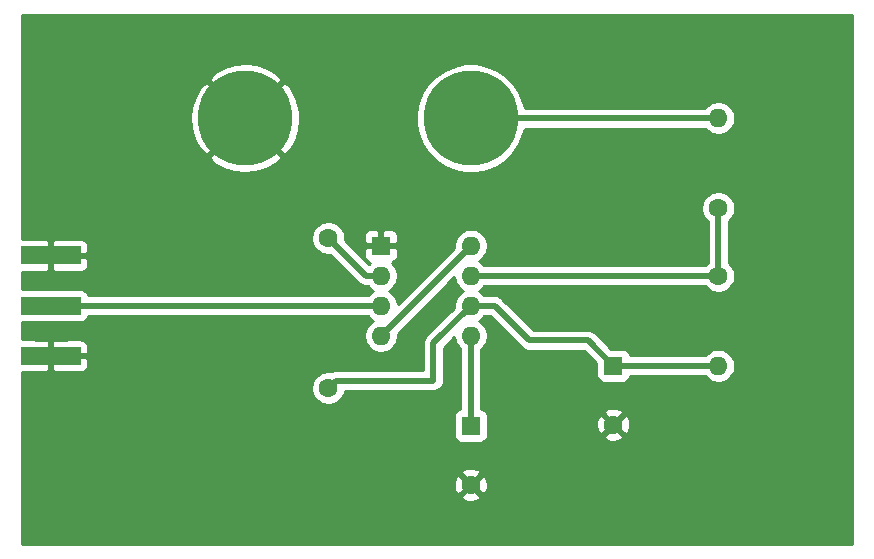
<source format=gbr>
%TF.GenerationSoftware,KiCad,Pcbnew,5.1.5+dfsg1-2build2*%
%TF.CreationDate,2021-02-13T12:36:53-08:00*%
%TF.ProjectId,555-timer,3535352d-7469-46d6-9572-2e6b69636164,rev?*%
%TF.SameCoordinates,Original*%
%TF.FileFunction,Copper,L1,Top*%
%TF.FilePolarity,Positive*%
%FSLAX46Y46*%
G04 Gerber Fmt 4.6, Leading zero omitted, Abs format (unit mm)*
G04 Created by KiCad (PCBNEW 5.1.5+dfsg1-2build2) date 2021-02-13 12:36:53*
%MOMM*%
%LPD*%
G04 APERTURE LIST*
%TA.AperFunction,ComponentPad*%
%ADD10O,1.600000X1.600000*%
%TD*%
%TA.AperFunction,ComponentPad*%
%ADD11R,1.600000X1.600000*%
%TD*%
%TA.AperFunction,ComponentPad*%
%ADD12C,1.600000*%
%TD*%
%TA.AperFunction,SMDPad,CuDef*%
%ADD13R,5.080000X1.500000*%
%TD*%
%TA.AperFunction,ComponentPad*%
%ADD14C,8.000000*%
%TD*%
%TA.AperFunction,ViaPad*%
%ADD15C,1.600000*%
%TD*%
%TA.AperFunction,Conductor*%
%ADD16C,0.500000*%
%TD*%
%TA.AperFunction,Conductor*%
%ADD17C,0.254000*%
%TD*%
G04 APERTURE END LIST*
D10*
%TO.P,U1,8*%
%TO.N,+10V*%
X50800000Y-32385000D03*
%TO.P,U1,4*%
X43180000Y-40005000D03*
%TO.P,U1,7*%
%TO.N,Net-(R1-Pad1)*%
X50800000Y-34925000D03*
%TO.P,U1,3*%
%TO.N,Net-(J2-Pad1)*%
X43180000Y-37465000D03*
%TO.P,U1,6*%
%TO.N,Net-(C2-Pad1)*%
X50800000Y-37465000D03*
%TO.P,U1,2*%
X43180000Y-34925000D03*
%TO.P,U1,5*%
%TO.N,Net-(C1-Pad1)*%
X50800000Y-40005000D03*
D11*
%TO.P,U1,1*%
%TO.N,GND*%
X43180000Y-32385000D03*
%TD*%
D10*
%TO.P,R2,2*%
%TO.N,Net-(C2-Pad1)*%
X71755000Y-42545000D03*
D12*
%TO.P,R2,1*%
%TO.N,Net-(R1-Pad1)*%
X71755000Y-34925000D03*
%TD*%
D10*
%TO.P,R1,2*%
%TO.N,+10V*%
X71755000Y-21590000D03*
D12*
%TO.P,R1,1*%
%TO.N,Net-(R1-Pad1)*%
X71755000Y-29210000D03*
%TD*%
D13*
%TO.P,J2,1*%
%TO.N,Net-(J2-Pad1)*%
X15240000Y-37465000D03*
%TO.P,J2,2*%
%TO.N,GND*%
X15240000Y-41715000D03*
X15240000Y-33215000D03*
%TD*%
D14*
%TO.P,J1,2*%
%TO.N,+10V*%
X50800000Y-21590000D03*
%TO.P,J1,1*%
%TO.N,GND*%
X31700000Y-21590000D03*
%TD*%
D12*
%TO.P,C2,2*%
%TO.N,GND*%
X62865000Y-47545000D03*
D11*
%TO.P,C2,1*%
%TO.N,Net-(C2-Pad1)*%
X62865000Y-42545000D03*
%TD*%
D12*
%TO.P,C1,2*%
%TO.N,GND*%
X50800000Y-52625000D03*
D11*
%TO.P,C1,1*%
%TO.N,Net-(C1-Pad1)*%
X50800000Y-47625000D03*
%TD*%
D15*
%TO.N,Net-(C2-Pad1)*%
X38735000Y-31750000D03*
X38735000Y-44450000D03*
%TD*%
D16*
%TO.N,Net-(C1-Pad1)*%
X50800000Y-47625000D02*
X50800000Y-40005000D01*
%TO.N,Net-(C2-Pad1)*%
X71755000Y-42545000D02*
X62865000Y-42545000D01*
X43180000Y-34925000D02*
X41910000Y-34925000D01*
X41910000Y-34925000D02*
X38735000Y-31750000D01*
X50800000Y-37465000D02*
X47625000Y-40640000D01*
X47625000Y-40640000D02*
X47625000Y-43815000D01*
X47625000Y-43815000D02*
X39370000Y-43815000D01*
X39370000Y-43815000D02*
X38735000Y-44450000D01*
X50800000Y-37465000D02*
X52806600Y-37465000D01*
X52806600Y-37465000D02*
X55753000Y-40411400D01*
X60731400Y-40411400D02*
X62865000Y-42545000D01*
X55753000Y-40411400D02*
X60731400Y-40411400D01*
%TO.N,+10V*%
X50800000Y-21590000D02*
X71755000Y-21590000D01*
X43180000Y-40005000D02*
X50800000Y-32385000D01*
%TO.N,Net-(J2-Pad1)*%
X15240000Y-37465000D02*
X43180000Y-37465000D01*
%TO.N,Net-(R1-Pad1)*%
X71755000Y-29210000D02*
X71755000Y-34925000D01*
X50800000Y-34925000D02*
X71755000Y-34925000D01*
%TD*%
D17*
%TO.N,GND*%
G36*
X83058000Y-57658000D02*
G01*
X12827000Y-57658000D01*
X12827000Y-53617702D01*
X49986903Y-53617702D01*
X50058486Y-53861671D01*
X50313996Y-53982571D01*
X50588184Y-54051300D01*
X50870512Y-54065217D01*
X51150130Y-54023787D01*
X51416292Y-53928603D01*
X51541514Y-53861671D01*
X51613097Y-53617702D01*
X50800000Y-52804605D01*
X49986903Y-53617702D01*
X12827000Y-53617702D01*
X12827000Y-52695512D01*
X49359783Y-52695512D01*
X49401213Y-52975130D01*
X49496397Y-53241292D01*
X49563329Y-53366514D01*
X49807298Y-53438097D01*
X50620395Y-52625000D01*
X50979605Y-52625000D01*
X51792702Y-53438097D01*
X52036671Y-53366514D01*
X52157571Y-53111004D01*
X52226300Y-52836816D01*
X52240217Y-52554488D01*
X52198787Y-52274870D01*
X52103603Y-52008708D01*
X52036671Y-51883486D01*
X51792702Y-51811903D01*
X50979605Y-52625000D01*
X50620395Y-52625000D01*
X49807298Y-51811903D01*
X49563329Y-51883486D01*
X49442429Y-52138996D01*
X49373700Y-52413184D01*
X49359783Y-52695512D01*
X12827000Y-52695512D01*
X12827000Y-51632298D01*
X49986903Y-51632298D01*
X50800000Y-52445395D01*
X51613097Y-51632298D01*
X51541514Y-51388329D01*
X51286004Y-51267429D01*
X51011816Y-51198700D01*
X50729488Y-51184783D01*
X50449870Y-51226213D01*
X50183708Y-51321397D01*
X50058486Y-51388329D01*
X49986903Y-51632298D01*
X12827000Y-51632298D01*
X12827000Y-43102899D01*
X14954250Y-43100000D01*
X15113000Y-42941250D01*
X15113000Y-41842000D01*
X15367000Y-41842000D01*
X15367000Y-42941250D01*
X15525750Y-43100000D01*
X17780000Y-43103072D01*
X17904482Y-43090812D01*
X18024180Y-43054502D01*
X18134494Y-42995537D01*
X18231185Y-42916185D01*
X18310537Y-42819494D01*
X18369502Y-42709180D01*
X18405812Y-42589482D01*
X18418072Y-42465000D01*
X18415000Y-42000750D01*
X18256250Y-41842000D01*
X15367000Y-41842000D01*
X15113000Y-41842000D01*
X15093000Y-41842000D01*
X15093000Y-41588000D01*
X15113000Y-41588000D01*
X15113000Y-40488750D01*
X15367000Y-40488750D01*
X15367000Y-41588000D01*
X18256250Y-41588000D01*
X18415000Y-41429250D01*
X18418072Y-40965000D01*
X18405812Y-40840518D01*
X18369502Y-40720820D01*
X18310537Y-40610506D01*
X18231185Y-40513815D01*
X18134494Y-40434463D01*
X18024180Y-40375498D01*
X17904482Y-40339188D01*
X17780000Y-40326928D01*
X15525750Y-40330000D01*
X15367000Y-40488750D01*
X15113000Y-40488750D01*
X14954250Y-40330000D01*
X12827000Y-40327101D01*
X12827000Y-38853072D01*
X17780000Y-38853072D01*
X17904482Y-38840812D01*
X18024180Y-38804502D01*
X18134494Y-38745537D01*
X18231185Y-38666185D01*
X18310537Y-38569494D01*
X18369502Y-38459180D01*
X18402621Y-38350000D01*
X42045479Y-38350000D01*
X42065363Y-38379759D01*
X42265241Y-38579637D01*
X42497759Y-38735000D01*
X42265241Y-38890363D01*
X42065363Y-39090241D01*
X41908320Y-39325273D01*
X41800147Y-39586426D01*
X41745000Y-39863665D01*
X41745000Y-40146335D01*
X41800147Y-40423574D01*
X41908320Y-40684727D01*
X42065363Y-40919759D01*
X42265241Y-41119637D01*
X42500273Y-41276680D01*
X42761426Y-41384853D01*
X43038665Y-41440000D01*
X43321335Y-41440000D01*
X43598574Y-41384853D01*
X43859727Y-41276680D01*
X44094759Y-41119637D01*
X44294637Y-40919759D01*
X44451680Y-40684727D01*
X44559853Y-40423574D01*
X44615000Y-40146335D01*
X44615000Y-39863665D01*
X44608017Y-39828561D01*
X49365870Y-35070709D01*
X49420147Y-35343574D01*
X49528320Y-35604727D01*
X49685363Y-35839759D01*
X49885241Y-36039637D01*
X50117759Y-36195000D01*
X49885241Y-36350363D01*
X49685363Y-36550241D01*
X49528320Y-36785273D01*
X49420147Y-37046426D01*
X49365000Y-37323665D01*
X49365000Y-37606335D01*
X49371983Y-37641439D01*
X47029956Y-39983466D01*
X46996183Y-40011183D01*
X46885589Y-40145942D01*
X46803411Y-40299688D01*
X46752805Y-40466511D01*
X46740000Y-40596524D01*
X46740000Y-40596531D01*
X46735719Y-40640000D01*
X46740000Y-40683469D01*
X46740001Y-42930000D01*
X39413469Y-42930000D01*
X39370000Y-42925719D01*
X39326531Y-42930000D01*
X39326523Y-42930000D01*
X39196510Y-42942805D01*
X39029686Y-42993411D01*
X38958659Y-43031375D01*
X38876335Y-43015000D01*
X38593665Y-43015000D01*
X38316426Y-43070147D01*
X38055273Y-43178320D01*
X37820241Y-43335363D01*
X37620363Y-43535241D01*
X37463320Y-43770273D01*
X37355147Y-44031426D01*
X37300000Y-44308665D01*
X37300000Y-44591335D01*
X37355147Y-44868574D01*
X37463320Y-45129727D01*
X37620363Y-45364759D01*
X37820241Y-45564637D01*
X38055273Y-45721680D01*
X38316426Y-45829853D01*
X38593665Y-45885000D01*
X38876335Y-45885000D01*
X39153574Y-45829853D01*
X39414727Y-45721680D01*
X39649759Y-45564637D01*
X39849637Y-45364759D01*
X40006680Y-45129727D01*
X40114853Y-44868574D01*
X40148385Y-44700000D01*
X47581524Y-44700000D01*
X47625000Y-44704282D01*
X47798490Y-44687195D01*
X47965313Y-44636589D01*
X48119059Y-44554411D01*
X48253817Y-44443817D01*
X48364411Y-44309059D01*
X48446589Y-44155313D01*
X48497195Y-43988490D01*
X48510000Y-43858477D01*
X48514282Y-43815000D01*
X48510000Y-43771523D01*
X48510000Y-41006578D01*
X49365870Y-40150708D01*
X49420147Y-40423574D01*
X49528320Y-40684727D01*
X49685363Y-40919759D01*
X49885241Y-41119637D01*
X49915001Y-41139522D01*
X49915000Y-46195299D01*
X49875518Y-46199188D01*
X49755820Y-46235498D01*
X49645506Y-46294463D01*
X49548815Y-46373815D01*
X49469463Y-46470506D01*
X49410498Y-46580820D01*
X49374188Y-46700518D01*
X49361928Y-46825000D01*
X49361928Y-48425000D01*
X49374188Y-48549482D01*
X49410498Y-48669180D01*
X49469463Y-48779494D01*
X49548815Y-48876185D01*
X49645506Y-48955537D01*
X49755820Y-49014502D01*
X49875518Y-49050812D01*
X50000000Y-49063072D01*
X51600000Y-49063072D01*
X51724482Y-49050812D01*
X51844180Y-49014502D01*
X51954494Y-48955537D01*
X52051185Y-48876185D01*
X52130537Y-48779494D01*
X52189502Y-48669180D01*
X52225812Y-48549482D01*
X52226972Y-48537702D01*
X62051903Y-48537702D01*
X62123486Y-48781671D01*
X62378996Y-48902571D01*
X62653184Y-48971300D01*
X62935512Y-48985217D01*
X63215130Y-48943787D01*
X63481292Y-48848603D01*
X63606514Y-48781671D01*
X63678097Y-48537702D01*
X62865000Y-47724605D01*
X62051903Y-48537702D01*
X52226972Y-48537702D01*
X52238072Y-48425000D01*
X52238072Y-47615512D01*
X61424783Y-47615512D01*
X61466213Y-47895130D01*
X61561397Y-48161292D01*
X61628329Y-48286514D01*
X61872298Y-48358097D01*
X62685395Y-47545000D01*
X63044605Y-47545000D01*
X63857702Y-48358097D01*
X64101671Y-48286514D01*
X64222571Y-48031004D01*
X64291300Y-47756816D01*
X64305217Y-47474488D01*
X64263787Y-47194870D01*
X64168603Y-46928708D01*
X64101671Y-46803486D01*
X63857702Y-46731903D01*
X63044605Y-47545000D01*
X62685395Y-47545000D01*
X61872298Y-46731903D01*
X61628329Y-46803486D01*
X61507429Y-47058996D01*
X61438700Y-47333184D01*
X61424783Y-47615512D01*
X52238072Y-47615512D01*
X52238072Y-46825000D01*
X52225812Y-46700518D01*
X52189502Y-46580820D01*
X52174257Y-46552298D01*
X62051903Y-46552298D01*
X62865000Y-47365395D01*
X63678097Y-46552298D01*
X63606514Y-46308329D01*
X63351004Y-46187429D01*
X63076816Y-46118700D01*
X62794488Y-46104783D01*
X62514870Y-46146213D01*
X62248708Y-46241397D01*
X62123486Y-46308329D01*
X62051903Y-46552298D01*
X52174257Y-46552298D01*
X52130537Y-46470506D01*
X52051185Y-46373815D01*
X51954494Y-46294463D01*
X51844180Y-46235498D01*
X51724482Y-46199188D01*
X51685000Y-46195299D01*
X51685000Y-41139521D01*
X51714759Y-41119637D01*
X51914637Y-40919759D01*
X52071680Y-40684727D01*
X52179853Y-40423574D01*
X52235000Y-40146335D01*
X52235000Y-39863665D01*
X52179853Y-39586426D01*
X52071680Y-39325273D01*
X51914637Y-39090241D01*
X51714759Y-38890363D01*
X51482241Y-38735000D01*
X51714759Y-38579637D01*
X51914637Y-38379759D01*
X51934521Y-38350000D01*
X52440022Y-38350000D01*
X55096470Y-41006449D01*
X55124183Y-41040217D01*
X55157951Y-41067930D01*
X55157953Y-41067932D01*
X55220956Y-41119637D01*
X55258941Y-41150811D01*
X55412687Y-41232989D01*
X55579510Y-41283595D01*
X55709523Y-41296400D01*
X55709531Y-41296400D01*
X55753000Y-41300681D01*
X55796469Y-41296400D01*
X60364822Y-41296400D01*
X61426928Y-42358507D01*
X61426928Y-43345000D01*
X61439188Y-43469482D01*
X61475498Y-43589180D01*
X61534463Y-43699494D01*
X61613815Y-43796185D01*
X61710506Y-43875537D01*
X61820820Y-43934502D01*
X61940518Y-43970812D01*
X62065000Y-43983072D01*
X63665000Y-43983072D01*
X63789482Y-43970812D01*
X63909180Y-43934502D01*
X64019494Y-43875537D01*
X64116185Y-43796185D01*
X64195537Y-43699494D01*
X64254502Y-43589180D01*
X64290812Y-43469482D01*
X64294701Y-43430000D01*
X70620479Y-43430000D01*
X70640363Y-43459759D01*
X70840241Y-43659637D01*
X71075273Y-43816680D01*
X71336426Y-43924853D01*
X71613665Y-43980000D01*
X71896335Y-43980000D01*
X72173574Y-43924853D01*
X72434727Y-43816680D01*
X72669759Y-43659637D01*
X72869637Y-43459759D01*
X73026680Y-43224727D01*
X73134853Y-42963574D01*
X73190000Y-42686335D01*
X73190000Y-42403665D01*
X73134853Y-42126426D01*
X73026680Y-41865273D01*
X72869637Y-41630241D01*
X72669759Y-41430363D01*
X72434727Y-41273320D01*
X72173574Y-41165147D01*
X71896335Y-41110000D01*
X71613665Y-41110000D01*
X71336426Y-41165147D01*
X71075273Y-41273320D01*
X70840241Y-41430363D01*
X70640363Y-41630241D01*
X70620479Y-41660000D01*
X64294701Y-41660000D01*
X64290812Y-41620518D01*
X64254502Y-41500820D01*
X64195537Y-41390506D01*
X64116185Y-41293815D01*
X64019494Y-41214463D01*
X63909180Y-41155498D01*
X63789482Y-41119188D01*
X63665000Y-41106928D01*
X62678507Y-41106928D01*
X61387934Y-39816356D01*
X61360217Y-39782583D01*
X61225459Y-39671989D01*
X61071713Y-39589811D01*
X60904890Y-39539205D01*
X60774877Y-39526400D01*
X60774869Y-39526400D01*
X60731400Y-39522119D01*
X60687931Y-39526400D01*
X56119579Y-39526400D01*
X53463134Y-36869956D01*
X53435417Y-36836183D01*
X53300659Y-36725589D01*
X53146913Y-36643411D01*
X52980090Y-36592805D01*
X52850077Y-36580000D01*
X52850069Y-36580000D01*
X52806600Y-36575719D01*
X52763131Y-36580000D01*
X51934521Y-36580000D01*
X51914637Y-36550241D01*
X51714759Y-36350363D01*
X51482241Y-36195000D01*
X51714759Y-36039637D01*
X51914637Y-35839759D01*
X51934521Y-35810000D01*
X70620479Y-35810000D01*
X70640363Y-35839759D01*
X70840241Y-36039637D01*
X71075273Y-36196680D01*
X71336426Y-36304853D01*
X71613665Y-36360000D01*
X71896335Y-36360000D01*
X72173574Y-36304853D01*
X72434727Y-36196680D01*
X72669759Y-36039637D01*
X72869637Y-35839759D01*
X73026680Y-35604727D01*
X73134853Y-35343574D01*
X73190000Y-35066335D01*
X73190000Y-34783665D01*
X73134853Y-34506426D01*
X73026680Y-34245273D01*
X72869637Y-34010241D01*
X72669759Y-33810363D01*
X72640000Y-33790479D01*
X72640000Y-30344521D01*
X72669759Y-30324637D01*
X72869637Y-30124759D01*
X73026680Y-29889727D01*
X73134853Y-29628574D01*
X73190000Y-29351335D01*
X73190000Y-29068665D01*
X73134853Y-28791426D01*
X73026680Y-28530273D01*
X72869637Y-28295241D01*
X72669759Y-28095363D01*
X72434727Y-27938320D01*
X72173574Y-27830147D01*
X71896335Y-27775000D01*
X71613665Y-27775000D01*
X71336426Y-27830147D01*
X71075273Y-27938320D01*
X70840241Y-28095363D01*
X70640363Y-28295241D01*
X70483320Y-28530273D01*
X70375147Y-28791426D01*
X70320000Y-29068665D01*
X70320000Y-29351335D01*
X70375147Y-29628574D01*
X70483320Y-29889727D01*
X70640363Y-30124759D01*
X70840241Y-30324637D01*
X70870000Y-30344521D01*
X70870001Y-33790478D01*
X70840241Y-33810363D01*
X70640363Y-34010241D01*
X70620479Y-34040000D01*
X51934521Y-34040000D01*
X51914637Y-34010241D01*
X51714759Y-33810363D01*
X51482241Y-33655000D01*
X51714759Y-33499637D01*
X51914637Y-33299759D01*
X52071680Y-33064727D01*
X52179853Y-32803574D01*
X52235000Y-32526335D01*
X52235000Y-32243665D01*
X52179853Y-31966426D01*
X52071680Y-31705273D01*
X51914637Y-31470241D01*
X51714759Y-31270363D01*
X51479727Y-31113320D01*
X51218574Y-31005147D01*
X50941335Y-30950000D01*
X50658665Y-30950000D01*
X50381426Y-31005147D01*
X50120273Y-31113320D01*
X49885241Y-31270363D01*
X49685363Y-31470241D01*
X49528320Y-31705273D01*
X49420147Y-31966426D01*
X49365000Y-32243665D01*
X49365000Y-32526335D01*
X49371983Y-32561438D01*
X44614130Y-37319292D01*
X44559853Y-37046426D01*
X44451680Y-36785273D01*
X44294637Y-36550241D01*
X44094759Y-36350363D01*
X43862241Y-36195000D01*
X44094759Y-36039637D01*
X44294637Y-35839759D01*
X44451680Y-35604727D01*
X44559853Y-35343574D01*
X44615000Y-35066335D01*
X44615000Y-34783665D01*
X44559853Y-34506426D01*
X44451680Y-34245273D01*
X44294637Y-34010241D01*
X44096039Y-33811643D01*
X44104482Y-33810812D01*
X44224180Y-33774502D01*
X44334494Y-33715537D01*
X44431185Y-33636185D01*
X44510537Y-33539494D01*
X44569502Y-33429180D01*
X44605812Y-33309482D01*
X44618072Y-33185000D01*
X44615000Y-32670750D01*
X44456250Y-32512000D01*
X43307000Y-32512000D01*
X43307000Y-32532000D01*
X43053000Y-32532000D01*
X43053000Y-32512000D01*
X41903750Y-32512000D01*
X41745000Y-32670750D01*
X41741928Y-33185000D01*
X41754188Y-33309482D01*
X41790498Y-33429180D01*
X41849463Y-33539494D01*
X41928815Y-33636185D01*
X42025506Y-33715537D01*
X42135820Y-33774502D01*
X42255518Y-33810812D01*
X42263961Y-33811643D01*
X42156091Y-33919513D01*
X40163017Y-31926439D01*
X40170000Y-31891335D01*
X40170000Y-31608665D01*
X40165293Y-31585000D01*
X41741928Y-31585000D01*
X41745000Y-32099250D01*
X41903750Y-32258000D01*
X43053000Y-32258000D01*
X43053000Y-31108750D01*
X43307000Y-31108750D01*
X43307000Y-32258000D01*
X44456250Y-32258000D01*
X44615000Y-32099250D01*
X44618072Y-31585000D01*
X44605812Y-31460518D01*
X44569502Y-31340820D01*
X44510537Y-31230506D01*
X44431185Y-31133815D01*
X44334494Y-31054463D01*
X44224180Y-30995498D01*
X44104482Y-30959188D01*
X43980000Y-30946928D01*
X43465750Y-30950000D01*
X43307000Y-31108750D01*
X43053000Y-31108750D01*
X42894250Y-30950000D01*
X42380000Y-30946928D01*
X42255518Y-30959188D01*
X42135820Y-30995498D01*
X42025506Y-31054463D01*
X41928815Y-31133815D01*
X41849463Y-31230506D01*
X41790498Y-31340820D01*
X41754188Y-31460518D01*
X41741928Y-31585000D01*
X40165293Y-31585000D01*
X40114853Y-31331426D01*
X40006680Y-31070273D01*
X39849637Y-30835241D01*
X39649759Y-30635363D01*
X39414727Y-30478320D01*
X39153574Y-30370147D01*
X38876335Y-30315000D01*
X38593665Y-30315000D01*
X38316426Y-30370147D01*
X38055273Y-30478320D01*
X37820241Y-30635363D01*
X37620363Y-30835241D01*
X37463320Y-31070273D01*
X37355147Y-31331426D01*
X37300000Y-31608665D01*
X37300000Y-31891335D01*
X37355147Y-32168574D01*
X37463320Y-32429727D01*
X37620363Y-32664759D01*
X37820241Y-32864637D01*
X38055273Y-33021680D01*
X38316426Y-33129853D01*
X38593665Y-33185000D01*
X38876335Y-33185000D01*
X38911439Y-33178017D01*
X41253470Y-35520049D01*
X41281183Y-35553817D01*
X41314951Y-35581530D01*
X41314953Y-35581532D01*
X41343216Y-35604727D01*
X41415941Y-35664411D01*
X41569687Y-35746589D01*
X41736510Y-35797195D01*
X41866523Y-35810000D01*
X41866533Y-35810000D01*
X41909999Y-35814281D01*
X41953466Y-35810000D01*
X42045479Y-35810000D01*
X42065363Y-35839759D01*
X42265241Y-36039637D01*
X42497759Y-36195000D01*
X42265241Y-36350363D01*
X42065363Y-36550241D01*
X42045479Y-36580000D01*
X18402621Y-36580000D01*
X18369502Y-36470820D01*
X18310537Y-36360506D01*
X18231185Y-36263815D01*
X18134494Y-36184463D01*
X18024180Y-36125498D01*
X17904482Y-36089188D01*
X17780000Y-36076928D01*
X12827000Y-36076928D01*
X12827000Y-34602899D01*
X14954250Y-34600000D01*
X15113000Y-34441250D01*
X15113000Y-33342000D01*
X15367000Y-33342000D01*
X15367000Y-34441250D01*
X15525750Y-34600000D01*
X17780000Y-34603072D01*
X17904482Y-34590812D01*
X18024180Y-34554502D01*
X18134494Y-34495537D01*
X18231185Y-34416185D01*
X18310537Y-34319494D01*
X18369502Y-34209180D01*
X18405812Y-34089482D01*
X18418072Y-33965000D01*
X18415000Y-33500750D01*
X18256250Y-33342000D01*
X15367000Y-33342000D01*
X15113000Y-33342000D01*
X15093000Y-33342000D01*
X15093000Y-33088000D01*
X15113000Y-33088000D01*
X15113000Y-31988750D01*
X15367000Y-31988750D01*
X15367000Y-33088000D01*
X18256250Y-33088000D01*
X18415000Y-32929250D01*
X18418072Y-32465000D01*
X18405812Y-32340518D01*
X18369502Y-32220820D01*
X18310537Y-32110506D01*
X18231185Y-32013815D01*
X18134494Y-31934463D01*
X18024180Y-31875498D01*
X17904482Y-31839188D01*
X17780000Y-31826928D01*
X15525750Y-31830000D01*
X15367000Y-31988750D01*
X15113000Y-31988750D01*
X14954250Y-31830000D01*
X12827000Y-31827101D01*
X12827000Y-24859580D01*
X28610025Y-24859580D01*
X29066197Y-25431185D01*
X29866183Y-25871207D01*
X30736641Y-26146704D01*
X31644121Y-26247091D01*
X32553748Y-26168508D01*
X33430566Y-25913975D01*
X34240879Y-25493275D01*
X34333803Y-25431185D01*
X34789975Y-24859580D01*
X31700000Y-21769605D01*
X28610025Y-24859580D01*
X12827000Y-24859580D01*
X12827000Y-21534121D01*
X27042909Y-21534121D01*
X27121492Y-22443748D01*
X27376025Y-23320566D01*
X27796725Y-24130879D01*
X27858815Y-24223803D01*
X28430420Y-24679975D01*
X31520395Y-21590000D01*
X31879605Y-21590000D01*
X34969580Y-24679975D01*
X35541185Y-24223803D01*
X35981207Y-23423817D01*
X36256704Y-22553359D01*
X36357091Y-21645879D01*
X36312826Y-21133492D01*
X46165000Y-21133492D01*
X46165000Y-22046508D01*
X46343120Y-22941980D01*
X46692516Y-23785496D01*
X47199760Y-24544640D01*
X47845360Y-25190240D01*
X48604504Y-25697484D01*
X49448020Y-26046880D01*
X50343492Y-26225000D01*
X51256508Y-26225000D01*
X52151980Y-26046880D01*
X52995496Y-25697484D01*
X53754640Y-25190240D01*
X54400240Y-24544640D01*
X54907484Y-23785496D01*
X55256880Y-22941980D01*
X55349768Y-22475000D01*
X70620479Y-22475000D01*
X70640363Y-22504759D01*
X70840241Y-22704637D01*
X71075273Y-22861680D01*
X71336426Y-22969853D01*
X71613665Y-23025000D01*
X71896335Y-23025000D01*
X72173574Y-22969853D01*
X72434727Y-22861680D01*
X72669759Y-22704637D01*
X72869637Y-22504759D01*
X73026680Y-22269727D01*
X73134853Y-22008574D01*
X73190000Y-21731335D01*
X73190000Y-21448665D01*
X73134853Y-21171426D01*
X73026680Y-20910273D01*
X72869637Y-20675241D01*
X72669759Y-20475363D01*
X72434727Y-20318320D01*
X72173574Y-20210147D01*
X71896335Y-20155000D01*
X71613665Y-20155000D01*
X71336426Y-20210147D01*
X71075273Y-20318320D01*
X70840241Y-20475363D01*
X70640363Y-20675241D01*
X70620479Y-20705000D01*
X55349768Y-20705000D01*
X55256880Y-20238020D01*
X54907484Y-19394504D01*
X54400240Y-18635360D01*
X53754640Y-17989760D01*
X52995496Y-17482516D01*
X52151980Y-17133120D01*
X51256508Y-16955000D01*
X50343492Y-16955000D01*
X49448020Y-17133120D01*
X48604504Y-17482516D01*
X47845360Y-17989760D01*
X47199760Y-18635360D01*
X46692516Y-19394504D01*
X46343120Y-20238020D01*
X46165000Y-21133492D01*
X36312826Y-21133492D01*
X36278508Y-20736252D01*
X36023975Y-19859434D01*
X35603275Y-19049121D01*
X35541185Y-18956197D01*
X34969580Y-18500025D01*
X31879605Y-21590000D01*
X31520395Y-21590000D01*
X28430420Y-18500025D01*
X27858815Y-18956197D01*
X27418793Y-19756183D01*
X27143296Y-20626641D01*
X27042909Y-21534121D01*
X12827000Y-21534121D01*
X12827000Y-18320420D01*
X28610025Y-18320420D01*
X31700000Y-21410395D01*
X34789975Y-18320420D01*
X34333803Y-17748815D01*
X33533817Y-17308793D01*
X32663359Y-17033296D01*
X31755879Y-16932909D01*
X30846252Y-17011492D01*
X29969434Y-17266025D01*
X29159121Y-17686725D01*
X29066197Y-17748815D01*
X28610025Y-18320420D01*
X12827000Y-18320420D01*
X12827000Y-12827000D01*
X83058000Y-12827000D01*
X83058000Y-57658000D01*
G37*
X83058000Y-57658000D02*
X12827000Y-57658000D01*
X12827000Y-53617702D01*
X49986903Y-53617702D01*
X50058486Y-53861671D01*
X50313996Y-53982571D01*
X50588184Y-54051300D01*
X50870512Y-54065217D01*
X51150130Y-54023787D01*
X51416292Y-53928603D01*
X51541514Y-53861671D01*
X51613097Y-53617702D01*
X50800000Y-52804605D01*
X49986903Y-53617702D01*
X12827000Y-53617702D01*
X12827000Y-52695512D01*
X49359783Y-52695512D01*
X49401213Y-52975130D01*
X49496397Y-53241292D01*
X49563329Y-53366514D01*
X49807298Y-53438097D01*
X50620395Y-52625000D01*
X50979605Y-52625000D01*
X51792702Y-53438097D01*
X52036671Y-53366514D01*
X52157571Y-53111004D01*
X52226300Y-52836816D01*
X52240217Y-52554488D01*
X52198787Y-52274870D01*
X52103603Y-52008708D01*
X52036671Y-51883486D01*
X51792702Y-51811903D01*
X50979605Y-52625000D01*
X50620395Y-52625000D01*
X49807298Y-51811903D01*
X49563329Y-51883486D01*
X49442429Y-52138996D01*
X49373700Y-52413184D01*
X49359783Y-52695512D01*
X12827000Y-52695512D01*
X12827000Y-51632298D01*
X49986903Y-51632298D01*
X50800000Y-52445395D01*
X51613097Y-51632298D01*
X51541514Y-51388329D01*
X51286004Y-51267429D01*
X51011816Y-51198700D01*
X50729488Y-51184783D01*
X50449870Y-51226213D01*
X50183708Y-51321397D01*
X50058486Y-51388329D01*
X49986903Y-51632298D01*
X12827000Y-51632298D01*
X12827000Y-43102899D01*
X14954250Y-43100000D01*
X15113000Y-42941250D01*
X15113000Y-41842000D01*
X15367000Y-41842000D01*
X15367000Y-42941250D01*
X15525750Y-43100000D01*
X17780000Y-43103072D01*
X17904482Y-43090812D01*
X18024180Y-43054502D01*
X18134494Y-42995537D01*
X18231185Y-42916185D01*
X18310537Y-42819494D01*
X18369502Y-42709180D01*
X18405812Y-42589482D01*
X18418072Y-42465000D01*
X18415000Y-42000750D01*
X18256250Y-41842000D01*
X15367000Y-41842000D01*
X15113000Y-41842000D01*
X15093000Y-41842000D01*
X15093000Y-41588000D01*
X15113000Y-41588000D01*
X15113000Y-40488750D01*
X15367000Y-40488750D01*
X15367000Y-41588000D01*
X18256250Y-41588000D01*
X18415000Y-41429250D01*
X18418072Y-40965000D01*
X18405812Y-40840518D01*
X18369502Y-40720820D01*
X18310537Y-40610506D01*
X18231185Y-40513815D01*
X18134494Y-40434463D01*
X18024180Y-40375498D01*
X17904482Y-40339188D01*
X17780000Y-40326928D01*
X15525750Y-40330000D01*
X15367000Y-40488750D01*
X15113000Y-40488750D01*
X14954250Y-40330000D01*
X12827000Y-40327101D01*
X12827000Y-38853072D01*
X17780000Y-38853072D01*
X17904482Y-38840812D01*
X18024180Y-38804502D01*
X18134494Y-38745537D01*
X18231185Y-38666185D01*
X18310537Y-38569494D01*
X18369502Y-38459180D01*
X18402621Y-38350000D01*
X42045479Y-38350000D01*
X42065363Y-38379759D01*
X42265241Y-38579637D01*
X42497759Y-38735000D01*
X42265241Y-38890363D01*
X42065363Y-39090241D01*
X41908320Y-39325273D01*
X41800147Y-39586426D01*
X41745000Y-39863665D01*
X41745000Y-40146335D01*
X41800147Y-40423574D01*
X41908320Y-40684727D01*
X42065363Y-40919759D01*
X42265241Y-41119637D01*
X42500273Y-41276680D01*
X42761426Y-41384853D01*
X43038665Y-41440000D01*
X43321335Y-41440000D01*
X43598574Y-41384853D01*
X43859727Y-41276680D01*
X44094759Y-41119637D01*
X44294637Y-40919759D01*
X44451680Y-40684727D01*
X44559853Y-40423574D01*
X44615000Y-40146335D01*
X44615000Y-39863665D01*
X44608017Y-39828561D01*
X49365870Y-35070709D01*
X49420147Y-35343574D01*
X49528320Y-35604727D01*
X49685363Y-35839759D01*
X49885241Y-36039637D01*
X50117759Y-36195000D01*
X49885241Y-36350363D01*
X49685363Y-36550241D01*
X49528320Y-36785273D01*
X49420147Y-37046426D01*
X49365000Y-37323665D01*
X49365000Y-37606335D01*
X49371983Y-37641439D01*
X47029956Y-39983466D01*
X46996183Y-40011183D01*
X46885589Y-40145942D01*
X46803411Y-40299688D01*
X46752805Y-40466511D01*
X46740000Y-40596524D01*
X46740000Y-40596531D01*
X46735719Y-40640000D01*
X46740000Y-40683469D01*
X46740001Y-42930000D01*
X39413469Y-42930000D01*
X39370000Y-42925719D01*
X39326531Y-42930000D01*
X39326523Y-42930000D01*
X39196510Y-42942805D01*
X39029686Y-42993411D01*
X38958659Y-43031375D01*
X38876335Y-43015000D01*
X38593665Y-43015000D01*
X38316426Y-43070147D01*
X38055273Y-43178320D01*
X37820241Y-43335363D01*
X37620363Y-43535241D01*
X37463320Y-43770273D01*
X37355147Y-44031426D01*
X37300000Y-44308665D01*
X37300000Y-44591335D01*
X37355147Y-44868574D01*
X37463320Y-45129727D01*
X37620363Y-45364759D01*
X37820241Y-45564637D01*
X38055273Y-45721680D01*
X38316426Y-45829853D01*
X38593665Y-45885000D01*
X38876335Y-45885000D01*
X39153574Y-45829853D01*
X39414727Y-45721680D01*
X39649759Y-45564637D01*
X39849637Y-45364759D01*
X40006680Y-45129727D01*
X40114853Y-44868574D01*
X40148385Y-44700000D01*
X47581524Y-44700000D01*
X47625000Y-44704282D01*
X47798490Y-44687195D01*
X47965313Y-44636589D01*
X48119059Y-44554411D01*
X48253817Y-44443817D01*
X48364411Y-44309059D01*
X48446589Y-44155313D01*
X48497195Y-43988490D01*
X48510000Y-43858477D01*
X48514282Y-43815000D01*
X48510000Y-43771523D01*
X48510000Y-41006578D01*
X49365870Y-40150708D01*
X49420147Y-40423574D01*
X49528320Y-40684727D01*
X49685363Y-40919759D01*
X49885241Y-41119637D01*
X49915001Y-41139522D01*
X49915000Y-46195299D01*
X49875518Y-46199188D01*
X49755820Y-46235498D01*
X49645506Y-46294463D01*
X49548815Y-46373815D01*
X49469463Y-46470506D01*
X49410498Y-46580820D01*
X49374188Y-46700518D01*
X49361928Y-46825000D01*
X49361928Y-48425000D01*
X49374188Y-48549482D01*
X49410498Y-48669180D01*
X49469463Y-48779494D01*
X49548815Y-48876185D01*
X49645506Y-48955537D01*
X49755820Y-49014502D01*
X49875518Y-49050812D01*
X50000000Y-49063072D01*
X51600000Y-49063072D01*
X51724482Y-49050812D01*
X51844180Y-49014502D01*
X51954494Y-48955537D01*
X52051185Y-48876185D01*
X52130537Y-48779494D01*
X52189502Y-48669180D01*
X52225812Y-48549482D01*
X52226972Y-48537702D01*
X62051903Y-48537702D01*
X62123486Y-48781671D01*
X62378996Y-48902571D01*
X62653184Y-48971300D01*
X62935512Y-48985217D01*
X63215130Y-48943787D01*
X63481292Y-48848603D01*
X63606514Y-48781671D01*
X63678097Y-48537702D01*
X62865000Y-47724605D01*
X62051903Y-48537702D01*
X52226972Y-48537702D01*
X52238072Y-48425000D01*
X52238072Y-47615512D01*
X61424783Y-47615512D01*
X61466213Y-47895130D01*
X61561397Y-48161292D01*
X61628329Y-48286514D01*
X61872298Y-48358097D01*
X62685395Y-47545000D01*
X63044605Y-47545000D01*
X63857702Y-48358097D01*
X64101671Y-48286514D01*
X64222571Y-48031004D01*
X64291300Y-47756816D01*
X64305217Y-47474488D01*
X64263787Y-47194870D01*
X64168603Y-46928708D01*
X64101671Y-46803486D01*
X63857702Y-46731903D01*
X63044605Y-47545000D01*
X62685395Y-47545000D01*
X61872298Y-46731903D01*
X61628329Y-46803486D01*
X61507429Y-47058996D01*
X61438700Y-47333184D01*
X61424783Y-47615512D01*
X52238072Y-47615512D01*
X52238072Y-46825000D01*
X52225812Y-46700518D01*
X52189502Y-46580820D01*
X52174257Y-46552298D01*
X62051903Y-46552298D01*
X62865000Y-47365395D01*
X63678097Y-46552298D01*
X63606514Y-46308329D01*
X63351004Y-46187429D01*
X63076816Y-46118700D01*
X62794488Y-46104783D01*
X62514870Y-46146213D01*
X62248708Y-46241397D01*
X62123486Y-46308329D01*
X62051903Y-46552298D01*
X52174257Y-46552298D01*
X52130537Y-46470506D01*
X52051185Y-46373815D01*
X51954494Y-46294463D01*
X51844180Y-46235498D01*
X51724482Y-46199188D01*
X51685000Y-46195299D01*
X51685000Y-41139521D01*
X51714759Y-41119637D01*
X51914637Y-40919759D01*
X52071680Y-40684727D01*
X52179853Y-40423574D01*
X52235000Y-40146335D01*
X52235000Y-39863665D01*
X52179853Y-39586426D01*
X52071680Y-39325273D01*
X51914637Y-39090241D01*
X51714759Y-38890363D01*
X51482241Y-38735000D01*
X51714759Y-38579637D01*
X51914637Y-38379759D01*
X51934521Y-38350000D01*
X52440022Y-38350000D01*
X55096470Y-41006449D01*
X55124183Y-41040217D01*
X55157951Y-41067930D01*
X55157953Y-41067932D01*
X55220956Y-41119637D01*
X55258941Y-41150811D01*
X55412687Y-41232989D01*
X55579510Y-41283595D01*
X55709523Y-41296400D01*
X55709531Y-41296400D01*
X55753000Y-41300681D01*
X55796469Y-41296400D01*
X60364822Y-41296400D01*
X61426928Y-42358507D01*
X61426928Y-43345000D01*
X61439188Y-43469482D01*
X61475498Y-43589180D01*
X61534463Y-43699494D01*
X61613815Y-43796185D01*
X61710506Y-43875537D01*
X61820820Y-43934502D01*
X61940518Y-43970812D01*
X62065000Y-43983072D01*
X63665000Y-43983072D01*
X63789482Y-43970812D01*
X63909180Y-43934502D01*
X64019494Y-43875537D01*
X64116185Y-43796185D01*
X64195537Y-43699494D01*
X64254502Y-43589180D01*
X64290812Y-43469482D01*
X64294701Y-43430000D01*
X70620479Y-43430000D01*
X70640363Y-43459759D01*
X70840241Y-43659637D01*
X71075273Y-43816680D01*
X71336426Y-43924853D01*
X71613665Y-43980000D01*
X71896335Y-43980000D01*
X72173574Y-43924853D01*
X72434727Y-43816680D01*
X72669759Y-43659637D01*
X72869637Y-43459759D01*
X73026680Y-43224727D01*
X73134853Y-42963574D01*
X73190000Y-42686335D01*
X73190000Y-42403665D01*
X73134853Y-42126426D01*
X73026680Y-41865273D01*
X72869637Y-41630241D01*
X72669759Y-41430363D01*
X72434727Y-41273320D01*
X72173574Y-41165147D01*
X71896335Y-41110000D01*
X71613665Y-41110000D01*
X71336426Y-41165147D01*
X71075273Y-41273320D01*
X70840241Y-41430363D01*
X70640363Y-41630241D01*
X70620479Y-41660000D01*
X64294701Y-41660000D01*
X64290812Y-41620518D01*
X64254502Y-41500820D01*
X64195537Y-41390506D01*
X64116185Y-41293815D01*
X64019494Y-41214463D01*
X63909180Y-41155498D01*
X63789482Y-41119188D01*
X63665000Y-41106928D01*
X62678507Y-41106928D01*
X61387934Y-39816356D01*
X61360217Y-39782583D01*
X61225459Y-39671989D01*
X61071713Y-39589811D01*
X60904890Y-39539205D01*
X60774877Y-39526400D01*
X60774869Y-39526400D01*
X60731400Y-39522119D01*
X60687931Y-39526400D01*
X56119579Y-39526400D01*
X53463134Y-36869956D01*
X53435417Y-36836183D01*
X53300659Y-36725589D01*
X53146913Y-36643411D01*
X52980090Y-36592805D01*
X52850077Y-36580000D01*
X52850069Y-36580000D01*
X52806600Y-36575719D01*
X52763131Y-36580000D01*
X51934521Y-36580000D01*
X51914637Y-36550241D01*
X51714759Y-36350363D01*
X51482241Y-36195000D01*
X51714759Y-36039637D01*
X51914637Y-35839759D01*
X51934521Y-35810000D01*
X70620479Y-35810000D01*
X70640363Y-35839759D01*
X70840241Y-36039637D01*
X71075273Y-36196680D01*
X71336426Y-36304853D01*
X71613665Y-36360000D01*
X71896335Y-36360000D01*
X72173574Y-36304853D01*
X72434727Y-36196680D01*
X72669759Y-36039637D01*
X72869637Y-35839759D01*
X73026680Y-35604727D01*
X73134853Y-35343574D01*
X73190000Y-35066335D01*
X73190000Y-34783665D01*
X73134853Y-34506426D01*
X73026680Y-34245273D01*
X72869637Y-34010241D01*
X72669759Y-33810363D01*
X72640000Y-33790479D01*
X72640000Y-30344521D01*
X72669759Y-30324637D01*
X72869637Y-30124759D01*
X73026680Y-29889727D01*
X73134853Y-29628574D01*
X73190000Y-29351335D01*
X73190000Y-29068665D01*
X73134853Y-28791426D01*
X73026680Y-28530273D01*
X72869637Y-28295241D01*
X72669759Y-28095363D01*
X72434727Y-27938320D01*
X72173574Y-27830147D01*
X71896335Y-27775000D01*
X71613665Y-27775000D01*
X71336426Y-27830147D01*
X71075273Y-27938320D01*
X70840241Y-28095363D01*
X70640363Y-28295241D01*
X70483320Y-28530273D01*
X70375147Y-28791426D01*
X70320000Y-29068665D01*
X70320000Y-29351335D01*
X70375147Y-29628574D01*
X70483320Y-29889727D01*
X70640363Y-30124759D01*
X70840241Y-30324637D01*
X70870000Y-30344521D01*
X70870001Y-33790478D01*
X70840241Y-33810363D01*
X70640363Y-34010241D01*
X70620479Y-34040000D01*
X51934521Y-34040000D01*
X51914637Y-34010241D01*
X51714759Y-33810363D01*
X51482241Y-33655000D01*
X51714759Y-33499637D01*
X51914637Y-33299759D01*
X52071680Y-33064727D01*
X52179853Y-32803574D01*
X52235000Y-32526335D01*
X52235000Y-32243665D01*
X52179853Y-31966426D01*
X52071680Y-31705273D01*
X51914637Y-31470241D01*
X51714759Y-31270363D01*
X51479727Y-31113320D01*
X51218574Y-31005147D01*
X50941335Y-30950000D01*
X50658665Y-30950000D01*
X50381426Y-31005147D01*
X50120273Y-31113320D01*
X49885241Y-31270363D01*
X49685363Y-31470241D01*
X49528320Y-31705273D01*
X49420147Y-31966426D01*
X49365000Y-32243665D01*
X49365000Y-32526335D01*
X49371983Y-32561438D01*
X44614130Y-37319292D01*
X44559853Y-37046426D01*
X44451680Y-36785273D01*
X44294637Y-36550241D01*
X44094759Y-36350363D01*
X43862241Y-36195000D01*
X44094759Y-36039637D01*
X44294637Y-35839759D01*
X44451680Y-35604727D01*
X44559853Y-35343574D01*
X44615000Y-35066335D01*
X44615000Y-34783665D01*
X44559853Y-34506426D01*
X44451680Y-34245273D01*
X44294637Y-34010241D01*
X44096039Y-33811643D01*
X44104482Y-33810812D01*
X44224180Y-33774502D01*
X44334494Y-33715537D01*
X44431185Y-33636185D01*
X44510537Y-33539494D01*
X44569502Y-33429180D01*
X44605812Y-33309482D01*
X44618072Y-33185000D01*
X44615000Y-32670750D01*
X44456250Y-32512000D01*
X43307000Y-32512000D01*
X43307000Y-32532000D01*
X43053000Y-32532000D01*
X43053000Y-32512000D01*
X41903750Y-32512000D01*
X41745000Y-32670750D01*
X41741928Y-33185000D01*
X41754188Y-33309482D01*
X41790498Y-33429180D01*
X41849463Y-33539494D01*
X41928815Y-33636185D01*
X42025506Y-33715537D01*
X42135820Y-33774502D01*
X42255518Y-33810812D01*
X42263961Y-33811643D01*
X42156091Y-33919513D01*
X40163017Y-31926439D01*
X40170000Y-31891335D01*
X40170000Y-31608665D01*
X40165293Y-31585000D01*
X41741928Y-31585000D01*
X41745000Y-32099250D01*
X41903750Y-32258000D01*
X43053000Y-32258000D01*
X43053000Y-31108750D01*
X43307000Y-31108750D01*
X43307000Y-32258000D01*
X44456250Y-32258000D01*
X44615000Y-32099250D01*
X44618072Y-31585000D01*
X44605812Y-31460518D01*
X44569502Y-31340820D01*
X44510537Y-31230506D01*
X44431185Y-31133815D01*
X44334494Y-31054463D01*
X44224180Y-30995498D01*
X44104482Y-30959188D01*
X43980000Y-30946928D01*
X43465750Y-30950000D01*
X43307000Y-31108750D01*
X43053000Y-31108750D01*
X42894250Y-30950000D01*
X42380000Y-30946928D01*
X42255518Y-30959188D01*
X42135820Y-30995498D01*
X42025506Y-31054463D01*
X41928815Y-31133815D01*
X41849463Y-31230506D01*
X41790498Y-31340820D01*
X41754188Y-31460518D01*
X41741928Y-31585000D01*
X40165293Y-31585000D01*
X40114853Y-31331426D01*
X40006680Y-31070273D01*
X39849637Y-30835241D01*
X39649759Y-30635363D01*
X39414727Y-30478320D01*
X39153574Y-30370147D01*
X38876335Y-30315000D01*
X38593665Y-30315000D01*
X38316426Y-30370147D01*
X38055273Y-30478320D01*
X37820241Y-30635363D01*
X37620363Y-30835241D01*
X37463320Y-31070273D01*
X37355147Y-31331426D01*
X37300000Y-31608665D01*
X37300000Y-31891335D01*
X37355147Y-32168574D01*
X37463320Y-32429727D01*
X37620363Y-32664759D01*
X37820241Y-32864637D01*
X38055273Y-33021680D01*
X38316426Y-33129853D01*
X38593665Y-33185000D01*
X38876335Y-33185000D01*
X38911439Y-33178017D01*
X41253470Y-35520049D01*
X41281183Y-35553817D01*
X41314951Y-35581530D01*
X41314953Y-35581532D01*
X41343216Y-35604727D01*
X41415941Y-35664411D01*
X41569687Y-35746589D01*
X41736510Y-35797195D01*
X41866523Y-35810000D01*
X41866533Y-35810000D01*
X41909999Y-35814281D01*
X41953466Y-35810000D01*
X42045479Y-35810000D01*
X42065363Y-35839759D01*
X42265241Y-36039637D01*
X42497759Y-36195000D01*
X42265241Y-36350363D01*
X42065363Y-36550241D01*
X42045479Y-36580000D01*
X18402621Y-36580000D01*
X18369502Y-36470820D01*
X18310537Y-36360506D01*
X18231185Y-36263815D01*
X18134494Y-36184463D01*
X18024180Y-36125498D01*
X17904482Y-36089188D01*
X17780000Y-36076928D01*
X12827000Y-36076928D01*
X12827000Y-34602899D01*
X14954250Y-34600000D01*
X15113000Y-34441250D01*
X15113000Y-33342000D01*
X15367000Y-33342000D01*
X15367000Y-34441250D01*
X15525750Y-34600000D01*
X17780000Y-34603072D01*
X17904482Y-34590812D01*
X18024180Y-34554502D01*
X18134494Y-34495537D01*
X18231185Y-34416185D01*
X18310537Y-34319494D01*
X18369502Y-34209180D01*
X18405812Y-34089482D01*
X18418072Y-33965000D01*
X18415000Y-33500750D01*
X18256250Y-33342000D01*
X15367000Y-33342000D01*
X15113000Y-33342000D01*
X15093000Y-33342000D01*
X15093000Y-33088000D01*
X15113000Y-33088000D01*
X15113000Y-31988750D01*
X15367000Y-31988750D01*
X15367000Y-33088000D01*
X18256250Y-33088000D01*
X18415000Y-32929250D01*
X18418072Y-32465000D01*
X18405812Y-32340518D01*
X18369502Y-32220820D01*
X18310537Y-32110506D01*
X18231185Y-32013815D01*
X18134494Y-31934463D01*
X18024180Y-31875498D01*
X17904482Y-31839188D01*
X17780000Y-31826928D01*
X15525750Y-31830000D01*
X15367000Y-31988750D01*
X15113000Y-31988750D01*
X14954250Y-31830000D01*
X12827000Y-31827101D01*
X12827000Y-24859580D01*
X28610025Y-24859580D01*
X29066197Y-25431185D01*
X29866183Y-25871207D01*
X30736641Y-26146704D01*
X31644121Y-26247091D01*
X32553748Y-26168508D01*
X33430566Y-25913975D01*
X34240879Y-25493275D01*
X34333803Y-25431185D01*
X34789975Y-24859580D01*
X31700000Y-21769605D01*
X28610025Y-24859580D01*
X12827000Y-24859580D01*
X12827000Y-21534121D01*
X27042909Y-21534121D01*
X27121492Y-22443748D01*
X27376025Y-23320566D01*
X27796725Y-24130879D01*
X27858815Y-24223803D01*
X28430420Y-24679975D01*
X31520395Y-21590000D01*
X31879605Y-21590000D01*
X34969580Y-24679975D01*
X35541185Y-24223803D01*
X35981207Y-23423817D01*
X36256704Y-22553359D01*
X36357091Y-21645879D01*
X36312826Y-21133492D01*
X46165000Y-21133492D01*
X46165000Y-22046508D01*
X46343120Y-22941980D01*
X46692516Y-23785496D01*
X47199760Y-24544640D01*
X47845360Y-25190240D01*
X48604504Y-25697484D01*
X49448020Y-26046880D01*
X50343492Y-26225000D01*
X51256508Y-26225000D01*
X52151980Y-26046880D01*
X52995496Y-25697484D01*
X53754640Y-25190240D01*
X54400240Y-24544640D01*
X54907484Y-23785496D01*
X55256880Y-22941980D01*
X55349768Y-22475000D01*
X70620479Y-22475000D01*
X70640363Y-22504759D01*
X70840241Y-22704637D01*
X71075273Y-22861680D01*
X71336426Y-22969853D01*
X71613665Y-23025000D01*
X71896335Y-23025000D01*
X72173574Y-22969853D01*
X72434727Y-22861680D01*
X72669759Y-22704637D01*
X72869637Y-22504759D01*
X73026680Y-22269727D01*
X73134853Y-22008574D01*
X73190000Y-21731335D01*
X73190000Y-21448665D01*
X73134853Y-21171426D01*
X73026680Y-20910273D01*
X72869637Y-20675241D01*
X72669759Y-20475363D01*
X72434727Y-20318320D01*
X72173574Y-20210147D01*
X71896335Y-20155000D01*
X71613665Y-20155000D01*
X71336426Y-20210147D01*
X71075273Y-20318320D01*
X70840241Y-20475363D01*
X70640363Y-20675241D01*
X70620479Y-20705000D01*
X55349768Y-20705000D01*
X55256880Y-20238020D01*
X54907484Y-19394504D01*
X54400240Y-18635360D01*
X53754640Y-17989760D01*
X52995496Y-17482516D01*
X52151980Y-17133120D01*
X51256508Y-16955000D01*
X50343492Y-16955000D01*
X49448020Y-17133120D01*
X48604504Y-17482516D01*
X47845360Y-17989760D01*
X47199760Y-18635360D01*
X46692516Y-19394504D01*
X46343120Y-20238020D01*
X46165000Y-21133492D01*
X36312826Y-21133492D01*
X36278508Y-20736252D01*
X36023975Y-19859434D01*
X35603275Y-19049121D01*
X35541185Y-18956197D01*
X34969580Y-18500025D01*
X31879605Y-21590000D01*
X31520395Y-21590000D01*
X28430420Y-18500025D01*
X27858815Y-18956197D01*
X27418793Y-19756183D01*
X27143296Y-20626641D01*
X27042909Y-21534121D01*
X12827000Y-21534121D01*
X12827000Y-18320420D01*
X28610025Y-18320420D01*
X31700000Y-21410395D01*
X34789975Y-18320420D01*
X34333803Y-17748815D01*
X33533817Y-17308793D01*
X32663359Y-17033296D01*
X31755879Y-16932909D01*
X30846252Y-17011492D01*
X29969434Y-17266025D01*
X29159121Y-17686725D01*
X29066197Y-17748815D01*
X28610025Y-18320420D01*
X12827000Y-18320420D01*
X12827000Y-12827000D01*
X83058000Y-12827000D01*
X83058000Y-57658000D01*
%TD*%
M02*

</source>
